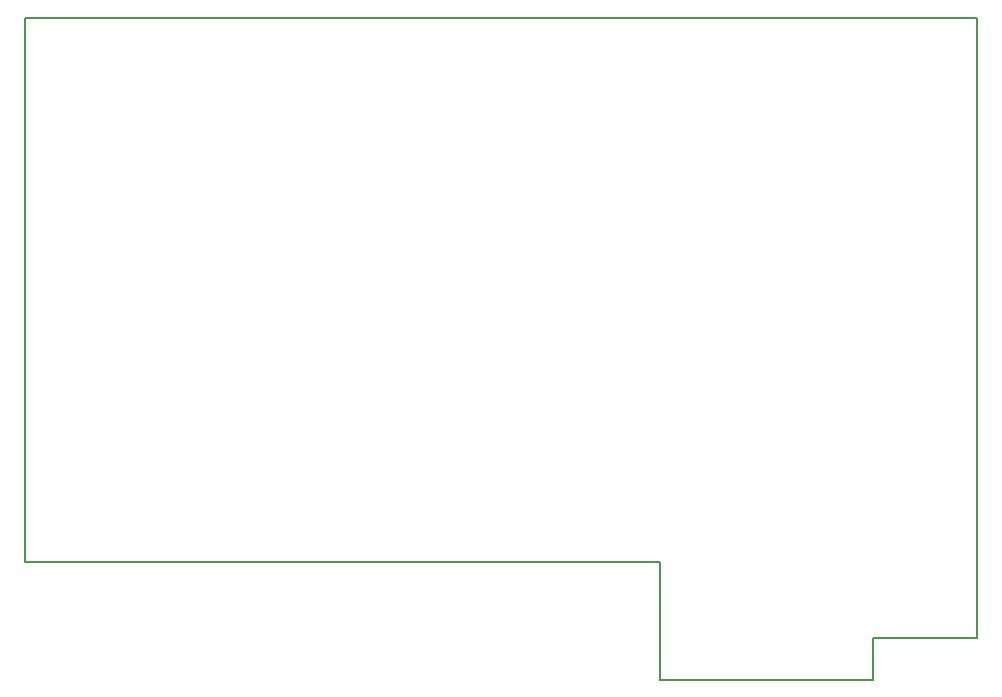
<source format=gbr>
G04 #@! TF.GenerationSoftware,KiCad,Pcbnew,(5.1.9)-1*
G04 #@! TF.CreationDate,2022-09-19T13:39:08+02:00*
G04 #@! TF.ProjectId,Zusatzplatine,5a757361-747a-4706-9c61-74696e652e6b,1.0*
G04 #@! TF.SameCoordinates,Original*
G04 #@! TF.FileFunction,Profile,NP*
%FSLAX46Y46*%
G04 Gerber Fmt 4.6, Leading zero omitted, Abs format (unit mm)*
G04 Created by KiCad (PCBNEW (5.1.9)-1) date 2022-09-19 13:39:08*
%MOMM*%
%LPD*%
G01*
G04 APERTURE LIST*
G04 #@! TA.AperFunction,Profile*
%ADD10C,0.150000*%
G04 #@! TD*
G04 APERTURE END LIST*
D10*
X136300000Y-123000000D02*
X136300000Y-126540000D01*
X145150000Y-123000000D02*
X136300000Y-123000000D01*
X64500000Y-116570000D02*
X64500000Y-70500000D01*
X118265000Y-116570000D02*
X64500000Y-116570000D01*
X118265000Y-126540000D02*
X136300000Y-126540000D01*
X118265000Y-116570000D02*
X118265000Y-126540000D01*
X145150000Y-70500000D02*
X64500000Y-70500000D01*
X145150000Y-123000000D02*
X145150000Y-70500000D01*
M02*

</source>
